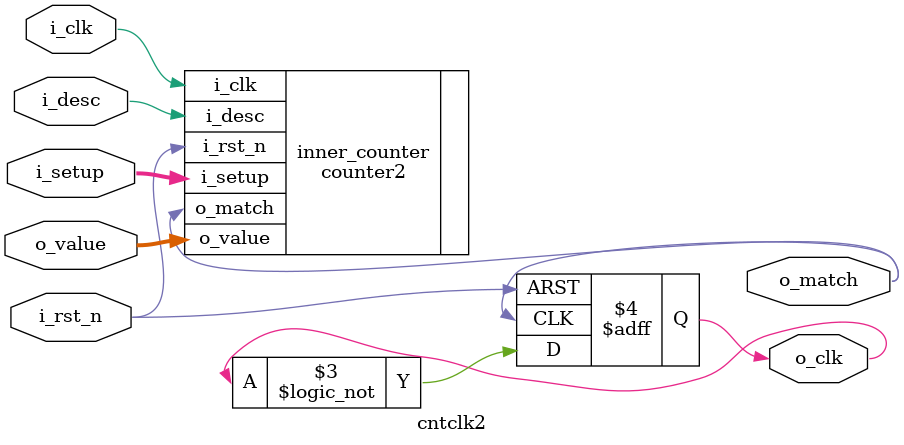
<source format=v>
module cntclk2
#(
    parameter WIDTH = 16
) (
    output reg o_clk,
    output wire o_match,
    inout wire [WIDTH-1:0] o_value,
    input wire i_clk,
    input wire i_rst_n,
    input wire i_desc,
    input wire [WIDTH-1:0] i_setup
);

    counter2 #(.WIDTH(WIDTH)) inner_counter (
        .o_value(o_value),
        .o_match(o_match),
        .i_clk(i_clk),
        .i_rst_n(i_rst_n),
        .i_desc(i_desc),
        .i_setup(i_setup)
    );

    always @(posedge o_match, negedge i_rst_n) begin
        if (!i_rst_n) begin
            o_clk <= #1 1'b0;
        end else begin
            o_clk <= #1 !o_clk;
        end 
    end

endmodule

</source>
